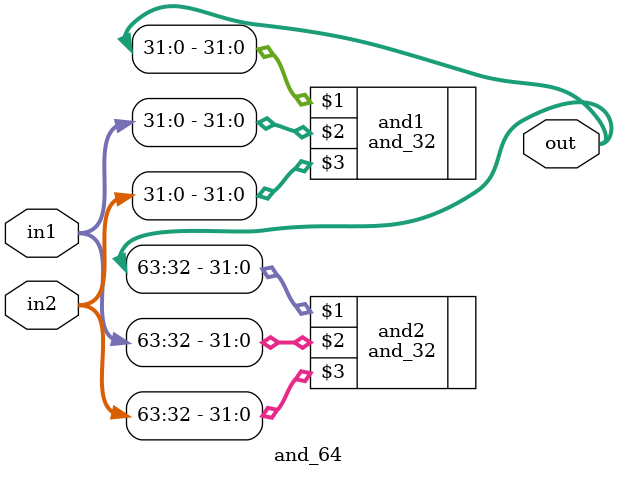
<source format=v>
module and_64(out, in1, in2);
	
	input [63:0] in1, in2;
	output [63:0] out;
	
	and_32 and1(out[31:0], in1[31:0], in2[31:0]);
	and_32 and2(out[63:32], in1[63:32], in2[63:32]);
	
endmodule
	
</source>
